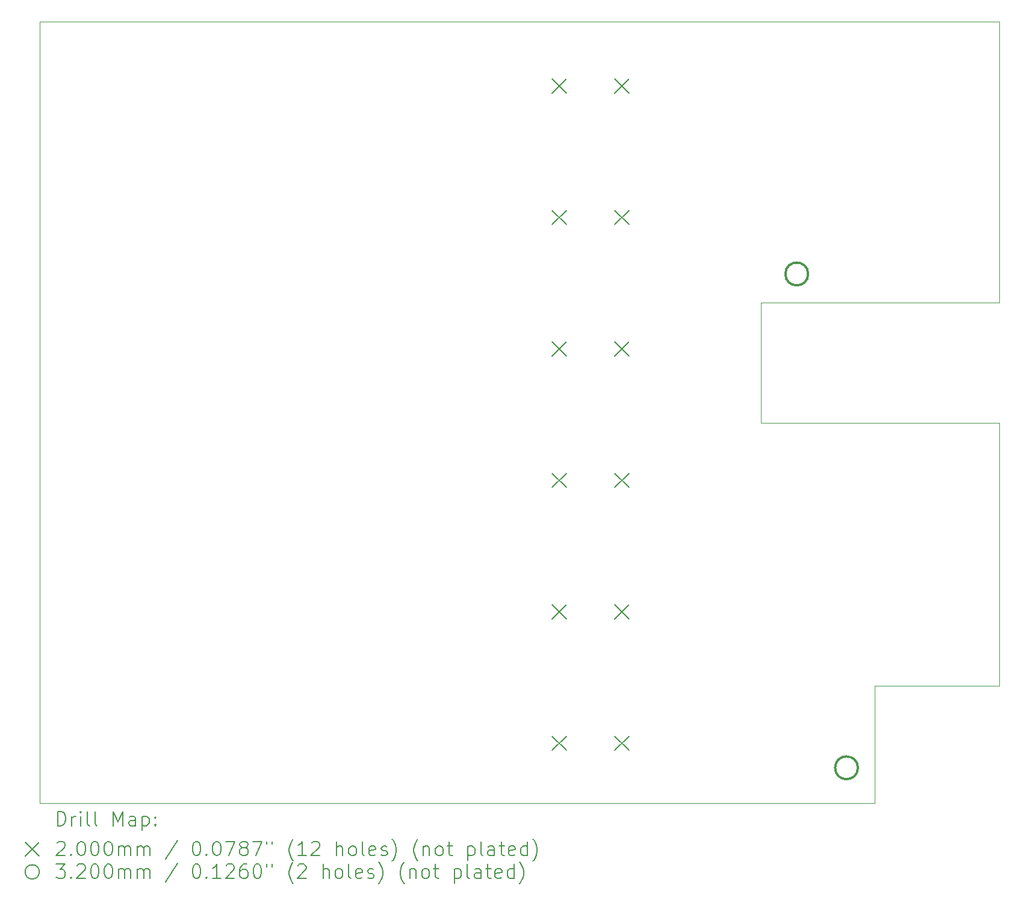
<source format=gbr>
%FSLAX45Y45*%
G04 Gerber Fmt 4.5, Leading zero omitted, Abs format (unit mm)*
G04 Created by KiCad (PCBNEW (6.0.1)) date 2022-09-12 17:23:38*
%MOMM*%
%LPD*%
G01*
G04 APERTURE LIST*
%TA.AperFunction,Profile*%
%ADD10C,0.050000*%
%TD*%
%TA.AperFunction,Profile*%
%ADD11C,0.100000*%
%TD*%
%ADD12C,0.200000*%
%ADD13C,0.320000*%
G04 APERTURE END LIST*
D10*
X15200000Y-3100000D02*
X15200000Y-7050000D01*
X1700000Y-3100000D02*
X1700000Y-14100000D01*
X1700000Y-3100000D02*
X15200000Y-3100000D01*
D11*
X11850000Y-8750000D02*
X11850000Y-7050000D01*
X15200000Y-8750000D02*
X11850000Y-8750000D01*
X15200000Y-8750000D02*
X15200000Y-12450000D01*
X11850000Y-7050000D02*
X15200000Y-7050000D01*
D10*
X1700000Y-14100000D02*
X13450000Y-14100000D01*
D11*
X15200000Y-12450000D02*
X13450000Y-12450000D01*
X13450000Y-12450000D02*
X13450000Y-14100000D01*
D12*
X8910000Y-3905000D02*
X9110000Y-4105000D01*
X9110000Y-3905000D02*
X8910000Y-4105000D01*
X8910000Y-5755000D02*
X9110000Y-5955000D01*
X9110000Y-5755000D02*
X8910000Y-5955000D01*
X8910000Y-7605000D02*
X9110000Y-7805000D01*
X9110000Y-7605000D02*
X8910000Y-7805000D01*
X8910000Y-9455000D02*
X9110000Y-9655000D01*
X9110000Y-9455000D02*
X8910000Y-9655000D01*
X8910000Y-11305000D02*
X9110000Y-11505000D01*
X9110000Y-11305000D02*
X8910000Y-11505000D01*
X8910000Y-13155000D02*
X9110000Y-13355000D01*
X9110000Y-13155000D02*
X8910000Y-13355000D01*
X9790000Y-3905000D02*
X9990000Y-4105000D01*
X9990000Y-3905000D02*
X9790000Y-4105000D01*
X9790000Y-5755000D02*
X9990000Y-5955000D01*
X9990000Y-5755000D02*
X9790000Y-5955000D01*
X9790000Y-7605000D02*
X9990000Y-7805000D01*
X9990000Y-7605000D02*
X9790000Y-7805000D01*
X9790000Y-9455000D02*
X9990000Y-9655000D01*
X9990000Y-9455000D02*
X9790000Y-9655000D01*
X9790000Y-11305000D02*
X9990000Y-11505000D01*
X9990000Y-11305000D02*
X9790000Y-11505000D01*
X9790000Y-13155000D02*
X9990000Y-13355000D01*
X9990000Y-13155000D02*
X9790000Y-13355000D01*
D13*
X12510000Y-6650000D02*
G75*
G03*
X12510000Y-6650000I-160000J0D01*
G01*
X13210000Y-13600000D02*
G75*
G03*
X13210000Y-13600000I-160000J0D01*
G01*
D12*
X1955119Y-14415476D02*
X1955119Y-14215476D01*
X2002738Y-14215476D01*
X2031309Y-14225000D01*
X2050357Y-14244048D01*
X2059881Y-14263095D01*
X2069405Y-14301190D01*
X2069405Y-14329762D01*
X2059881Y-14367857D01*
X2050357Y-14386905D01*
X2031309Y-14405952D01*
X2002738Y-14415476D01*
X1955119Y-14415476D01*
X2155119Y-14415476D02*
X2155119Y-14282143D01*
X2155119Y-14320238D02*
X2164643Y-14301190D01*
X2174167Y-14291667D01*
X2193214Y-14282143D01*
X2212262Y-14282143D01*
X2278929Y-14415476D02*
X2278929Y-14282143D01*
X2278929Y-14215476D02*
X2269405Y-14225000D01*
X2278929Y-14234524D01*
X2288452Y-14225000D01*
X2278929Y-14215476D01*
X2278929Y-14234524D01*
X2402738Y-14415476D02*
X2383690Y-14405952D01*
X2374167Y-14386905D01*
X2374167Y-14215476D01*
X2507500Y-14415476D02*
X2488452Y-14405952D01*
X2478929Y-14386905D01*
X2478929Y-14215476D01*
X2736071Y-14415476D02*
X2736071Y-14215476D01*
X2802738Y-14358333D01*
X2869405Y-14215476D01*
X2869405Y-14415476D01*
X3050357Y-14415476D02*
X3050357Y-14310714D01*
X3040833Y-14291667D01*
X3021786Y-14282143D01*
X2983690Y-14282143D01*
X2964643Y-14291667D01*
X3050357Y-14405952D02*
X3031309Y-14415476D01*
X2983690Y-14415476D01*
X2964643Y-14405952D01*
X2955119Y-14386905D01*
X2955119Y-14367857D01*
X2964643Y-14348809D01*
X2983690Y-14339286D01*
X3031309Y-14339286D01*
X3050357Y-14329762D01*
X3145595Y-14282143D02*
X3145595Y-14482143D01*
X3145595Y-14291667D02*
X3164643Y-14282143D01*
X3202738Y-14282143D01*
X3221786Y-14291667D01*
X3231309Y-14301190D01*
X3240833Y-14320238D01*
X3240833Y-14377381D01*
X3231309Y-14396428D01*
X3221786Y-14405952D01*
X3202738Y-14415476D01*
X3164643Y-14415476D01*
X3145595Y-14405952D01*
X3326548Y-14396428D02*
X3336071Y-14405952D01*
X3326548Y-14415476D01*
X3317024Y-14405952D01*
X3326548Y-14396428D01*
X3326548Y-14415476D01*
X3326548Y-14291667D02*
X3336071Y-14301190D01*
X3326548Y-14310714D01*
X3317024Y-14301190D01*
X3326548Y-14291667D01*
X3326548Y-14310714D01*
X1497500Y-14645000D02*
X1697500Y-14845000D01*
X1697500Y-14645000D02*
X1497500Y-14845000D01*
X1945595Y-14654524D02*
X1955119Y-14645000D01*
X1974167Y-14635476D01*
X2021786Y-14635476D01*
X2040833Y-14645000D01*
X2050357Y-14654524D01*
X2059881Y-14673571D01*
X2059881Y-14692619D01*
X2050357Y-14721190D01*
X1936071Y-14835476D01*
X2059881Y-14835476D01*
X2145595Y-14816428D02*
X2155119Y-14825952D01*
X2145595Y-14835476D01*
X2136071Y-14825952D01*
X2145595Y-14816428D01*
X2145595Y-14835476D01*
X2278929Y-14635476D02*
X2297976Y-14635476D01*
X2317024Y-14645000D01*
X2326548Y-14654524D01*
X2336071Y-14673571D01*
X2345595Y-14711667D01*
X2345595Y-14759286D01*
X2336071Y-14797381D01*
X2326548Y-14816428D01*
X2317024Y-14825952D01*
X2297976Y-14835476D01*
X2278929Y-14835476D01*
X2259881Y-14825952D01*
X2250357Y-14816428D01*
X2240833Y-14797381D01*
X2231310Y-14759286D01*
X2231310Y-14711667D01*
X2240833Y-14673571D01*
X2250357Y-14654524D01*
X2259881Y-14645000D01*
X2278929Y-14635476D01*
X2469405Y-14635476D02*
X2488452Y-14635476D01*
X2507500Y-14645000D01*
X2517024Y-14654524D01*
X2526548Y-14673571D01*
X2536071Y-14711667D01*
X2536071Y-14759286D01*
X2526548Y-14797381D01*
X2517024Y-14816428D01*
X2507500Y-14825952D01*
X2488452Y-14835476D01*
X2469405Y-14835476D01*
X2450357Y-14825952D01*
X2440833Y-14816428D01*
X2431310Y-14797381D01*
X2421786Y-14759286D01*
X2421786Y-14711667D01*
X2431310Y-14673571D01*
X2440833Y-14654524D01*
X2450357Y-14645000D01*
X2469405Y-14635476D01*
X2659881Y-14635476D02*
X2678929Y-14635476D01*
X2697976Y-14645000D01*
X2707500Y-14654524D01*
X2717024Y-14673571D01*
X2726548Y-14711667D01*
X2726548Y-14759286D01*
X2717024Y-14797381D01*
X2707500Y-14816428D01*
X2697976Y-14825952D01*
X2678929Y-14835476D01*
X2659881Y-14835476D01*
X2640833Y-14825952D01*
X2631310Y-14816428D01*
X2621786Y-14797381D01*
X2612262Y-14759286D01*
X2612262Y-14711667D01*
X2621786Y-14673571D01*
X2631310Y-14654524D01*
X2640833Y-14645000D01*
X2659881Y-14635476D01*
X2812262Y-14835476D02*
X2812262Y-14702143D01*
X2812262Y-14721190D02*
X2821786Y-14711667D01*
X2840833Y-14702143D01*
X2869405Y-14702143D01*
X2888452Y-14711667D01*
X2897976Y-14730714D01*
X2897976Y-14835476D01*
X2897976Y-14730714D02*
X2907500Y-14711667D01*
X2926548Y-14702143D01*
X2955119Y-14702143D01*
X2974167Y-14711667D01*
X2983690Y-14730714D01*
X2983690Y-14835476D01*
X3078928Y-14835476D02*
X3078928Y-14702143D01*
X3078928Y-14721190D02*
X3088452Y-14711667D01*
X3107500Y-14702143D01*
X3136071Y-14702143D01*
X3155119Y-14711667D01*
X3164643Y-14730714D01*
X3164643Y-14835476D01*
X3164643Y-14730714D02*
X3174167Y-14711667D01*
X3193214Y-14702143D01*
X3221786Y-14702143D01*
X3240833Y-14711667D01*
X3250357Y-14730714D01*
X3250357Y-14835476D01*
X3640833Y-14625952D02*
X3469405Y-14883095D01*
X3897976Y-14635476D02*
X3917024Y-14635476D01*
X3936071Y-14645000D01*
X3945595Y-14654524D01*
X3955119Y-14673571D01*
X3964643Y-14711667D01*
X3964643Y-14759286D01*
X3955119Y-14797381D01*
X3945595Y-14816428D01*
X3936071Y-14825952D01*
X3917024Y-14835476D01*
X3897976Y-14835476D01*
X3878928Y-14825952D01*
X3869405Y-14816428D01*
X3859881Y-14797381D01*
X3850357Y-14759286D01*
X3850357Y-14711667D01*
X3859881Y-14673571D01*
X3869405Y-14654524D01*
X3878928Y-14645000D01*
X3897976Y-14635476D01*
X4050357Y-14816428D02*
X4059881Y-14825952D01*
X4050357Y-14835476D01*
X4040833Y-14825952D01*
X4050357Y-14816428D01*
X4050357Y-14835476D01*
X4183690Y-14635476D02*
X4202738Y-14635476D01*
X4221786Y-14645000D01*
X4231310Y-14654524D01*
X4240833Y-14673571D01*
X4250357Y-14711667D01*
X4250357Y-14759286D01*
X4240833Y-14797381D01*
X4231310Y-14816428D01*
X4221786Y-14825952D01*
X4202738Y-14835476D01*
X4183690Y-14835476D01*
X4164643Y-14825952D01*
X4155119Y-14816428D01*
X4145595Y-14797381D01*
X4136071Y-14759286D01*
X4136071Y-14711667D01*
X4145595Y-14673571D01*
X4155119Y-14654524D01*
X4164643Y-14645000D01*
X4183690Y-14635476D01*
X4317024Y-14635476D02*
X4450357Y-14635476D01*
X4364643Y-14835476D01*
X4555119Y-14721190D02*
X4536071Y-14711667D01*
X4526548Y-14702143D01*
X4517024Y-14683095D01*
X4517024Y-14673571D01*
X4526548Y-14654524D01*
X4536071Y-14645000D01*
X4555119Y-14635476D01*
X4593214Y-14635476D01*
X4612262Y-14645000D01*
X4621786Y-14654524D01*
X4631310Y-14673571D01*
X4631310Y-14683095D01*
X4621786Y-14702143D01*
X4612262Y-14711667D01*
X4593214Y-14721190D01*
X4555119Y-14721190D01*
X4536071Y-14730714D01*
X4526548Y-14740238D01*
X4517024Y-14759286D01*
X4517024Y-14797381D01*
X4526548Y-14816428D01*
X4536071Y-14825952D01*
X4555119Y-14835476D01*
X4593214Y-14835476D01*
X4612262Y-14825952D01*
X4621786Y-14816428D01*
X4631310Y-14797381D01*
X4631310Y-14759286D01*
X4621786Y-14740238D01*
X4612262Y-14730714D01*
X4593214Y-14721190D01*
X4697976Y-14635476D02*
X4831310Y-14635476D01*
X4745595Y-14835476D01*
X4897976Y-14635476D02*
X4897976Y-14673571D01*
X4974167Y-14635476D02*
X4974167Y-14673571D01*
X5269405Y-14911667D02*
X5259881Y-14902143D01*
X5240833Y-14873571D01*
X5231310Y-14854524D01*
X5221786Y-14825952D01*
X5212262Y-14778333D01*
X5212262Y-14740238D01*
X5221786Y-14692619D01*
X5231310Y-14664048D01*
X5240833Y-14645000D01*
X5259881Y-14616428D01*
X5269405Y-14606905D01*
X5450357Y-14835476D02*
X5336071Y-14835476D01*
X5393214Y-14835476D02*
X5393214Y-14635476D01*
X5374167Y-14664048D01*
X5355119Y-14683095D01*
X5336071Y-14692619D01*
X5526548Y-14654524D02*
X5536071Y-14645000D01*
X5555119Y-14635476D01*
X5602738Y-14635476D01*
X5621786Y-14645000D01*
X5631309Y-14654524D01*
X5640833Y-14673571D01*
X5640833Y-14692619D01*
X5631309Y-14721190D01*
X5517024Y-14835476D01*
X5640833Y-14835476D01*
X5878928Y-14835476D02*
X5878928Y-14635476D01*
X5964643Y-14835476D02*
X5964643Y-14730714D01*
X5955119Y-14711667D01*
X5936071Y-14702143D01*
X5907500Y-14702143D01*
X5888452Y-14711667D01*
X5878928Y-14721190D01*
X6088452Y-14835476D02*
X6069405Y-14825952D01*
X6059881Y-14816428D01*
X6050357Y-14797381D01*
X6050357Y-14740238D01*
X6059881Y-14721190D01*
X6069405Y-14711667D01*
X6088452Y-14702143D01*
X6117024Y-14702143D01*
X6136071Y-14711667D01*
X6145595Y-14721190D01*
X6155119Y-14740238D01*
X6155119Y-14797381D01*
X6145595Y-14816428D01*
X6136071Y-14825952D01*
X6117024Y-14835476D01*
X6088452Y-14835476D01*
X6269405Y-14835476D02*
X6250357Y-14825952D01*
X6240833Y-14806905D01*
X6240833Y-14635476D01*
X6421786Y-14825952D02*
X6402738Y-14835476D01*
X6364643Y-14835476D01*
X6345595Y-14825952D01*
X6336071Y-14806905D01*
X6336071Y-14730714D01*
X6345595Y-14711667D01*
X6364643Y-14702143D01*
X6402738Y-14702143D01*
X6421786Y-14711667D01*
X6431309Y-14730714D01*
X6431309Y-14749762D01*
X6336071Y-14768809D01*
X6507500Y-14825952D02*
X6526548Y-14835476D01*
X6564643Y-14835476D01*
X6583690Y-14825952D01*
X6593214Y-14806905D01*
X6593214Y-14797381D01*
X6583690Y-14778333D01*
X6564643Y-14768809D01*
X6536071Y-14768809D01*
X6517024Y-14759286D01*
X6507500Y-14740238D01*
X6507500Y-14730714D01*
X6517024Y-14711667D01*
X6536071Y-14702143D01*
X6564643Y-14702143D01*
X6583690Y-14711667D01*
X6659881Y-14911667D02*
X6669405Y-14902143D01*
X6688452Y-14873571D01*
X6697976Y-14854524D01*
X6707500Y-14825952D01*
X6717024Y-14778333D01*
X6717024Y-14740238D01*
X6707500Y-14692619D01*
X6697976Y-14664048D01*
X6688452Y-14645000D01*
X6669405Y-14616428D01*
X6659881Y-14606905D01*
X7021786Y-14911667D02*
X7012262Y-14902143D01*
X6993214Y-14873571D01*
X6983690Y-14854524D01*
X6974167Y-14825952D01*
X6964643Y-14778333D01*
X6964643Y-14740238D01*
X6974167Y-14692619D01*
X6983690Y-14664048D01*
X6993214Y-14645000D01*
X7012262Y-14616428D01*
X7021786Y-14606905D01*
X7097976Y-14702143D02*
X7097976Y-14835476D01*
X7097976Y-14721190D02*
X7107500Y-14711667D01*
X7126548Y-14702143D01*
X7155119Y-14702143D01*
X7174167Y-14711667D01*
X7183690Y-14730714D01*
X7183690Y-14835476D01*
X7307500Y-14835476D02*
X7288452Y-14825952D01*
X7278928Y-14816428D01*
X7269405Y-14797381D01*
X7269405Y-14740238D01*
X7278928Y-14721190D01*
X7288452Y-14711667D01*
X7307500Y-14702143D01*
X7336071Y-14702143D01*
X7355119Y-14711667D01*
X7364643Y-14721190D01*
X7374167Y-14740238D01*
X7374167Y-14797381D01*
X7364643Y-14816428D01*
X7355119Y-14825952D01*
X7336071Y-14835476D01*
X7307500Y-14835476D01*
X7431309Y-14702143D02*
X7507500Y-14702143D01*
X7459881Y-14635476D02*
X7459881Y-14806905D01*
X7469405Y-14825952D01*
X7488452Y-14835476D01*
X7507500Y-14835476D01*
X7726548Y-14702143D02*
X7726548Y-14902143D01*
X7726548Y-14711667D02*
X7745595Y-14702143D01*
X7783690Y-14702143D01*
X7802738Y-14711667D01*
X7812262Y-14721190D01*
X7821786Y-14740238D01*
X7821786Y-14797381D01*
X7812262Y-14816428D01*
X7802738Y-14825952D01*
X7783690Y-14835476D01*
X7745595Y-14835476D01*
X7726548Y-14825952D01*
X7936071Y-14835476D02*
X7917024Y-14825952D01*
X7907500Y-14806905D01*
X7907500Y-14635476D01*
X8097976Y-14835476D02*
X8097976Y-14730714D01*
X8088452Y-14711667D01*
X8069405Y-14702143D01*
X8031309Y-14702143D01*
X8012262Y-14711667D01*
X8097976Y-14825952D02*
X8078928Y-14835476D01*
X8031309Y-14835476D01*
X8012262Y-14825952D01*
X8002738Y-14806905D01*
X8002738Y-14787857D01*
X8012262Y-14768809D01*
X8031309Y-14759286D01*
X8078928Y-14759286D01*
X8097976Y-14749762D01*
X8164643Y-14702143D02*
X8240833Y-14702143D01*
X8193214Y-14635476D02*
X8193214Y-14806905D01*
X8202738Y-14825952D01*
X8221786Y-14835476D01*
X8240833Y-14835476D01*
X8383690Y-14825952D02*
X8364643Y-14835476D01*
X8326548Y-14835476D01*
X8307500Y-14825952D01*
X8297976Y-14806905D01*
X8297976Y-14730714D01*
X8307500Y-14711667D01*
X8326548Y-14702143D01*
X8364643Y-14702143D01*
X8383690Y-14711667D01*
X8393214Y-14730714D01*
X8393214Y-14749762D01*
X8297976Y-14768809D01*
X8564643Y-14835476D02*
X8564643Y-14635476D01*
X8564643Y-14825952D02*
X8545595Y-14835476D01*
X8507500Y-14835476D01*
X8488452Y-14825952D01*
X8478929Y-14816428D01*
X8469405Y-14797381D01*
X8469405Y-14740238D01*
X8478929Y-14721190D01*
X8488452Y-14711667D01*
X8507500Y-14702143D01*
X8545595Y-14702143D01*
X8564643Y-14711667D01*
X8640833Y-14911667D02*
X8650357Y-14902143D01*
X8669405Y-14873571D01*
X8678929Y-14854524D01*
X8688452Y-14825952D01*
X8697976Y-14778333D01*
X8697976Y-14740238D01*
X8688452Y-14692619D01*
X8678929Y-14664048D01*
X8669405Y-14645000D01*
X8650357Y-14616428D01*
X8640833Y-14606905D01*
X1697500Y-15065000D02*
G75*
G03*
X1697500Y-15065000I-100000J0D01*
G01*
X1936071Y-14955476D02*
X2059881Y-14955476D01*
X1993214Y-15031667D01*
X2021786Y-15031667D01*
X2040833Y-15041190D01*
X2050357Y-15050714D01*
X2059881Y-15069762D01*
X2059881Y-15117381D01*
X2050357Y-15136428D01*
X2040833Y-15145952D01*
X2021786Y-15155476D01*
X1964643Y-15155476D01*
X1945595Y-15145952D01*
X1936071Y-15136428D01*
X2145595Y-15136428D02*
X2155119Y-15145952D01*
X2145595Y-15155476D01*
X2136071Y-15145952D01*
X2145595Y-15136428D01*
X2145595Y-15155476D01*
X2231310Y-14974524D02*
X2240833Y-14965000D01*
X2259881Y-14955476D01*
X2307500Y-14955476D01*
X2326548Y-14965000D01*
X2336071Y-14974524D01*
X2345595Y-14993571D01*
X2345595Y-15012619D01*
X2336071Y-15041190D01*
X2221786Y-15155476D01*
X2345595Y-15155476D01*
X2469405Y-14955476D02*
X2488452Y-14955476D01*
X2507500Y-14965000D01*
X2517024Y-14974524D01*
X2526548Y-14993571D01*
X2536071Y-15031667D01*
X2536071Y-15079286D01*
X2526548Y-15117381D01*
X2517024Y-15136428D01*
X2507500Y-15145952D01*
X2488452Y-15155476D01*
X2469405Y-15155476D01*
X2450357Y-15145952D01*
X2440833Y-15136428D01*
X2431310Y-15117381D01*
X2421786Y-15079286D01*
X2421786Y-15031667D01*
X2431310Y-14993571D01*
X2440833Y-14974524D01*
X2450357Y-14965000D01*
X2469405Y-14955476D01*
X2659881Y-14955476D02*
X2678929Y-14955476D01*
X2697976Y-14965000D01*
X2707500Y-14974524D01*
X2717024Y-14993571D01*
X2726548Y-15031667D01*
X2726548Y-15079286D01*
X2717024Y-15117381D01*
X2707500Y-15136428D01*
X2697976Y-15145952D01*
X2678929Y-15155476D01*
X2659881Y-15155476D01*
X2640833Y-15145952D01*
X2631310Y-15136428D01*
X2621786Y-15117381D01*
X2612262Y-15079286D01*
X2612262Y-15031667D01*
X2621786Y-14993571D01*
X2631310Y-14974524D01*
X2640833Y-14965000D01*
X2659881Y-14955476D01*
X2812262Y-15155476D02*
X2812262Y-15022143D01*
X2812262Y-15041190D02*
X2821786Y-15031667D01*
X2840833Y-15022143D01*
X2869405Y-15022143D01*
X2888452Y-15031667D01*
X2897976Y-15050714D01*
X2897976Y-15155476D01*
X2897976Y-15050714D02*
X2907500Y-15031667D01*
X2926548Y-15022143D01*
X2955119Y-15022143D01*
X2974167Y-15031667D01*
X2983690Y-15050714D01*
X2983690Y-15155476D01*
X3078928Y-15155476D02*
X3078928Y-15022143D01*
X3078928Y-15041190D02*
X3088452Y-15031667D01*
X3107500Y-15022143D01*
X3136071Y-15022143D01*
X3155119Y-15031667D01*
X3164643Y-15050714D01*
X3164643Y-15155476D01*
X3164643Y-15050714D02*
X3174167Y-15031667D01*
X3193214Y-15022143D01*
X3221786Y-15022143D01*
X3240833Y-15031667D01*
X3250357Y-15050714D01*
X3250357Y-15155476D01*
X3640833Y-14945952D02*
X3469405Y-15203095D01*
X3897976Y-14955476D02*
X3917024Y-14955476D01*
X3936071Y-14965000D01*
X3945595Y-14974524D01*
X3955119Y-14993571D01*
X3964643Y-15031667D01*
X3964643Y-15079286D01*
X3955119Y-15117381D01*
X3945595Y-15136428D01*
X3936071Y-15145952D01*
X3917024Y-15155476D01*
X3897976Y-15155476D01*
X3878928Y-15145952D01*
X3869405Y-15136428D01*
X3859881Y-15117381D01*
X3850357Y-15079286D01*
X3850357Y-15031667D01*
X3859881Y-14993571D01*
X3869405Y-14974524D01*
X3878928Y-14965000D01*
X3897976Y-14955476D01*
X4050357Y-15136428D02*
X4059881Y-15145952D01*
X4050357Y-15155476D01*
X4040833Y-15145952D01*
X4050357Y-15136428D01*
X4050357Y-15155476D01*
X4250357Y-15155476D02*
X4136071Y-15155476D01*
X4193214Y-15155476D02*
X4193214Y-14955476D01*
X4174167Y-14984048D01*
X4155119Y-15003095D01*
X4136071Y-15012619D01*
X4326548Y-14974524D02*
X4336071Y-14965000D01*
X4355119Y-14955476D01*
X4402738Y-14955476D01*
X4421786Y-14965000D01*
X4431310Y-14974524D01*
X4440833Y-14993571D01*
X4440833Y-15012619D01*
X4431310Y-15041190D01*
X4317024Y-15155476D01*
X4440833Y-15155476D01*
X4612262Y-14955476D02*
X4574167Y-14955476D01*
X4555119Y-14965000D01*
X4545595Y-14974524D01*
X4526548Y-15003095D01*
X4517024Y-15041190D01*
X4517024Y-15117381D01*
X4526548Y-15136428D01*
X4536071Y-15145952D01*
X4555119Y-15155476D01*
X4593214Y-15155476D01*
X4612262Y-15145952D01*
X4621786Y-15136428D01*
X4631310Y-15117381D01*
X4631310Y-15069762D01*
X4621786Y-15050714D01*
X4612262Y-15041190D01*
X4593214Y-15031667D01*
X4555119Y-15031667D01*
X4536071Y-15041190D01*
X4526548Y-15050714D01*
X4517024Y-15069762D01*
X4755119Y-14955476D02*
X4774167Y-14955476D01*
X4793214Y-14965000D01*
X4802738Y-14974524D01*
X4812262Y-14993571D01*
X4821786Y-15031667D01*
X4821786Y-15079286D01*
X4812262Y-15117381D01*
X4802738Y-15136428D01*
X4793214Y-15145952D01*
X4774167Y-15155476D01*
X4755119Y-15155476D01*
X4736071Y-15145952D01*
X4726548Y-15136428D01*
X4717024Y-15117381D01*
X4707500Y-15079286D01*
X4707500Y-15031667D01*
X4717024Y-14993571D01*
X4726548Y-14974524D01*
X4736071Y-14965000D01*
X4755119Y-14955476D01*
X4897976Y-14955476D02*
X4897976Y-14993571D01*
X4974167Y-14955476D02*
X4974167Y-14993571D01*
X5269405Y-15231667D02*
X5259881Y-15222143D01*
X5240833Y-15193571D01*
X5231310Y-15174524D01*
X5221786Y-15145952D01*
X5212262Y-15098333D01*
X5212262Y-15060238D01*
X5221786Y-15012619D01*
X5231310Y-14984048D01*
X5240833Y-14965000D01*
X5259881Y-14936428D01*
X5269405Y-14926905D01*
X5336071Y-14974524D02*
X5345595Y-14965000D01*
X5364643Y-14955476D01*
X5412262Y-14955476D01*
X5431310Y-14965000D01*
X5440833Y-14974524D01*
X5450357Y-14993571D01*
X5450357Y-15012619D01*
X5440833Y-15041190D01*
X5326548Y-15155476D01*
X5450357Y-15155476D01*
X5688452Y-15155476D02*
X5688452Y-14955476D01*
X5774167Y-15155476D02*
X5774167Y-15050714D01*
X5764643Y-15031667D01*
X5745595Y-15022143D01*
X5717024Y-15022143D01*
X5697976Y-15031667D01*
X5688452Y-15041190D01*
X5897976Y-15155476D02*
X5878928Y-15145952D01*
X5869405Y-15136428D01*
X5859881Y-15117381D01*
X5859881Y-15060238D01*
X5869405Y-15041190D01*
X5878928Y-15031667D01*
X5897976Y-15022143D01*
X5926548Y-15022143D01*
X5945595Y-15031667D01*
X5955119Y-15041190D01*
X5964643Y-15060238D01*
X5964643Y-15117381D01*
X5955119Y-15136428D01*
X5945595Y-15145952D01*
X5926548Y-15155476D01*
X5897976Y-15155476D01*
X6078928Y-15155476D02*
X6059881Y-15145952D01*
X6050357Y-15126905D01*
X6050357Y-14955476D01*
X6231309Y-15145952D02*
X6212262Y-15155476D01*
X6174167Y-15155476D01*
X6155119Y-15145952D01*
X6145595Y-15126905D01*
X6145595Y-15050714D01*
X6155119Y-15031667D01*
X6174167Y-15022143D01*
X6212262Y-15022143D01*
X6231309Y-15031667D01*
X6240833Y-15050714D01*
X6240833Y-15069762D01*
X6145595Y-15088809D01*
X6317024Y-15145952D02*
X6336071Y-15155476D01*
X6374167Y-15155476D01*
X6393214Y-15145952D01*
X6402738Y-15126905D01*
X6402738Y-15117381D01*
X6393214Y-15098333D01*
X6374167Y-15088809D01*
X6345595Y-15088809D01*
X6326548Y-15079286D01*
X6317024Y-15060238D01*
X6317024Y-15050714D01*
X6326548Y-15031667D01*
X6345595Y-15022143D01*
X6374167Y-15022143D01*
X6393214Y-15031667D01*
X6469405Y-15231667D02*
X6478928Y-15222143D01*
X6497976Y-15193571D01*
X6507500Y-15174524D01*
X6517024Y-15145952D01*
X6526548Y-15098333D01*
X6526548Y-15060238D01*
X6517024Y-15012619D01*
X6507500Y-14984048D01*
X6497976Y-14965000D01*
X6478928Y-14936428D01*
X6469405Y-14926905D01*
X6831309Y-15231667D02*
X6821786Y-15222143D01*
X6802738Y-15193571D01*
X6793214Y-15174524D01*
X6783690Y-15145952D01*
X6774167Y-15098333D01*
X6774167Y-15060238D01*
X6783690Y-15012619D01*
X6793214Y-14984048D01*
X6802738Y-14965000D01*
X6821786Y-14936428D01*
X6831309Y-14926905D01*
X6907500Y-15022143D02*
X6907500Y-15155476D01*
X6907500Y-15041190D02*
X6917024Y-15031667D01*
X6936071Y-15022143D01*
X6964643Y-15022143D01*
X6983690Y-15031667D01*
X6993214Y-15050714D01*
X6993214Y-15155476D01*
X7117024Y-15155476D02*
X7097976Y-15145952D01*
X7088452Y-15136428D01*
X7078928Y-15117381D01*
X7078928Y-15060238D01*
X7088452Y-15041190D01*
X7097976Y-15031667D01*
X7117024Y-15022143D01*
X7145595Y-15022143D01*
X7164643Y-15031667D01*
X7174167Y-15041190D01*
X7183690Y-15060238D01*
X7183690Y-15117381D01*
X7174167Y-15136428D01*
X7164643Y-15145952D01*
X7145595Y-15155476D01*
X7117024Y-15155476D01*
X7240833Y-15022143D02*
X7317024Y-15022143D01*
X7269405Y-14955476D02*
X7269405Y-15126905D01*
X7278928Y-15145952D01*
X7297976Y-15155476D01*
X7317024Y-15155476D01*
X7536071Y-15022143D02*
X7536071Y-15222143D01*
X7536071Y-15031667D02*
X7555119Y-15022143D01*
X7593214Y-15022143D01*
X7612262Y-15031667D01*
X7621786Y-15041190D01*
X7631309Y-15060238D01*
X7631309Y-15117381D01*
X7621786Y-15136428D01*
X7612262Y-15145952D01*
X7593214Y-15155476D01*
X7555119Y-15155476D01*
X7536071Y-15145952D01*
X7745595Y-15155476D02*
X7726548Y-15145952D01*
X7717024Y-15126905D01*
X7717024Y-14955476D01*
X7907500Y-15155476D02*
X7907500Y-15050714D01*
X7897976Y-15031667D01*
X7878928Y-15022143D01*
X7840833Y-15022143D01*
X7821786Y-15031667D01*
X7907500Y-15145952D02*
X7888452Y-15155476D01*
X7840833Y-15155476D01*
X7821786Y-15145952D01*
X7812262Y-15126905D01*
X7812262Y-15107857D01*
X7821786Y-15088809D01*
X7840833Y-15079286D01*
X7888452Y-15079286D01*
X7907500Y-15069762D01*
X7974167Y-15022143D02*
X8050357Y-15022143D01*
X8002738Y-14955476D02*
X8002738Y-15126905D01*
X8012262Y-15145952D01*
X8031309Y-15155476D01*
X8050357Y-15155476D01*
X8193214Y-15145952D02*
X8174167Y-15155476D01*
X8136071Y-15155476D01*
X8117024Y-15145952D01*
X8107500Y-15126905D01*
X8107500Y-15050714D01*
X8117024Y-15031667D01*
X8136071Y-15022143D01*
X8174167Y-15022143D01*
X8193214Y-15031667D01*
X8202738Y-15050714D01*
X8202738Y-15069762D01*
X8107500Y-15088809D01*
X8374167Y-15155476D02*
X8374167Y-14955476D01*
X8374167Y-15145952D02*
X8355119Y-15155476D01*
X8317024Y-15155476D01*
X8297976Y-15145952D01*
X8288452Y-15136428D01*
X8278928Y-15117381D01*
X8278928Y-15060238D01*
X8288452Y-15041190D01*
X8297976Y-15031667D01*
X8317024Y-15022143D01*
X8355119Y-15022143D01*
X8374167Y-15031667D01*
X8450357Y-15231667D02*
X8459881Y-15222143D01*
X8478929Y-15193571D01*
X8488452Y-15174524D01*
X8497976Y-15145952D01*
X8507500Y-15098333D01*
X8507500Y-15060238D01*
X8497976Y-15012619D01*
X8488452Y-14984048D01*
X8478929Y-14965000D01*
X8459881Y-14936428D01*
X8450357Y-14926905D01*
M02*

</source>
